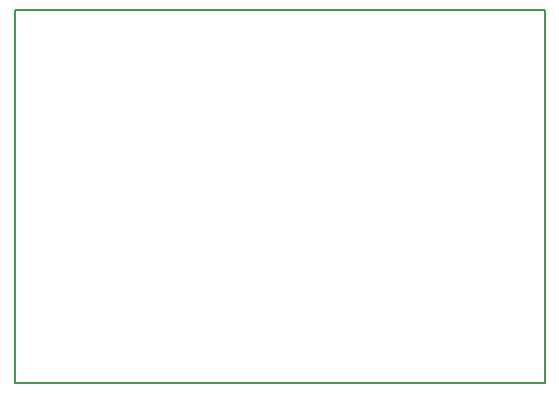
<source format=gbr>
%TF.GenerationSoftware,KiCad,Pcbnew,(6.0.4)*%
%TF.CreationDate,2022-07-19T00:56:17+02:00*%
%TF.ProjectId,Controller_Window,436f6e74-726f-46c6-9c65-725f57696e64,rev?*%
%TF.SameCoordinates,Original*%
%TF.FileFunction,Profile,NP*%
%FSLAX46Y46*%
G04 Gerber Fmt 4.6, Leading zero omitted, Abs format (unit mm)*
G04 Created by KiCad (PCBNEW (6.0.4)) date 2022-07-19 00:56:17*
%MOMM*%
%LPD*%
G01*
G04 APERTURE LIST*
%TA.AperFunction,Profile*%
%ADD10C,0.200000*%
%TD*%
G04 APERTURE END LIST*
D10*
X122250000Y-83200000D02*
X167150000Y-83200000D01*
X167150000Y-83200000D02*
X167150000Y-114800000D01*
X167150000Y-114800000D02*
X122250000Y-114800000D01*
X122250000Y-114800000D02*
X122250000Y-83200000D01*
M02*

</source>
